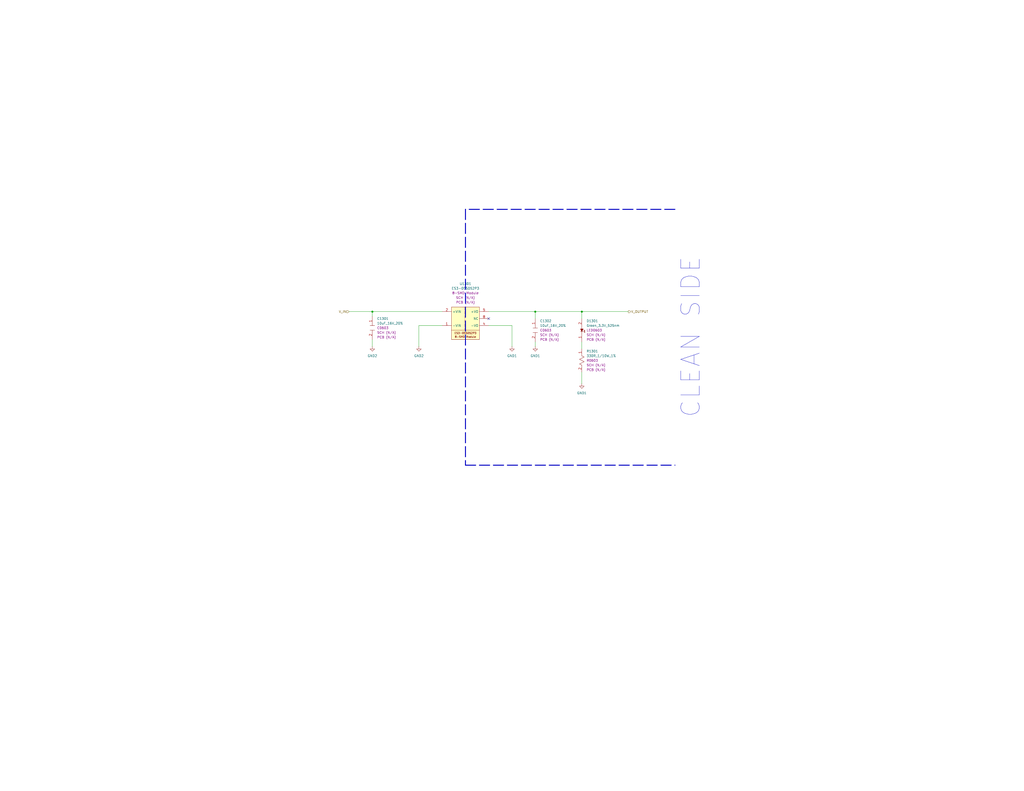
<source format=kicad_sch>
(kicad_sch (version 20231120) (generator "eeschema") (generator_version "8.0")
  (paper "C")
  (title_block (comment 2 "RELEASED"))
  (lib_symbols
    (symbol "_SCHLIB_ESP32-IsoLink:CAP_MLCC_10uF_16V_20%_X6S_C0603" (exclude_from_sim yes)
      (property "Reference" "C" (at 2.794 3.81 0))
      (property "Value" "10uF_16V_20%" (at 2.794 6.096 0))
      (property "Package" "C0603" (at 2.794 11.43 0))
      (property "SCH CHECK" "SCH (N/A)" (at 2.794 16.256 0))
      (property "PCB CHECk" "PCB (N/A)" (at 2.794 19.05 0))
      (symbol "CAP_MLCC_10uF_16V_20%_X6S_C0603_0_1"
        (polyline private (pts (xy 2.54 2.54) (xy 27.94 2.54)))
        (polyline private (pts (xy 2.54 5.08) (xy 27.94 5.08)))
        (polyline private (pts (xy 2.54 7.62) (xy 27.94 7.62)))
        (polyline private (pts (xy 2.54 10.16) (xy 27.94 10.16)))
        (polyline private (pts (xy 2.54 12.7) (xy 27.94 12.7)))
        (polyline private (pts (xy 2.54 15.24) (xy 27.94 15.24)))
        (polyline private (pts (xy 2.54 17.78) (xy 27.94 17.78)))
        (polyline private (pts (xy 2.54 20.32) (xy 27.94 20.32)))
        (polyline private (pts (xy 2.54 22.86) (xy 27.94 22.86)))
        (polyline private (pts (xy 2.54 25.4) (xy 27.94 25.4)))
        (polyline private (pts (xy 2.54 27.94) (xy 27.94 27.94)))
        (polyline private (pts (xy 2.54 30.48) (xy 27.94 30.48)))
        (polyline private (pts (xy 2.54 33.02) (xy 27.94 33.02)))
        (polyline private (pts (xy 2.54 35.56) (xy 27.94 35.56)))
        (polyline private (pts (xy 2.54 38.1) (xy 27.94 38.1)))
        (polyline private (pts (xy 2.54 40.64) (xy 27.94 40.64)))
        (polyline private (pts (xy 2.54 43.18) (xy 27.94 43.18)))
        (polyline private (pts (xy 2.54 45.72) (xy 27.94 45.72)))
        (polyline private (pts (xy 2.54 48.26) (xy 27.94 48.26)))
        (polyline private (pts (xy 2.54 50.8) (xy 27.94 50.8)))
        (polyline (pts (xy 5.08 1.27) (xy 5.08 -1.27)))
        (polyline (pts (xy 7.62 1.27) (xy 7.62 -1.27)))
      )
      (symbol "CAP_MLCC_10uF_16V_20%_X6S_C0603_1_1"
        (pin passive line (at 0 0 0) (length 5.08) (name "") (number "1"))
        (pin passive line (at 12.7 0 180) (length 5.08) (name "") (number "2"))
      )
    )
    (symbol "_SCHLIB_ESP32-IsoLink:DIODE_LED_Green_3.3V_20mA_525nm_LED0603" (exclude_from_sim yes)
      (property "Reference" "D" (at 2.794 3.81 0))
      (property "Value" "Green_3.3V_525nm" (at 2.794 6.096 0))
      (property "Package" "LED0603" (at 2.794 11.43 0))
      (property "SCH CHECK" "SCH (N/A)" (at 2.794 16.256 0))
      (property "PCB CHECk" "PCB (N/A)" (at 2.794 19.05 0))
      (symbol "DIODE_LED_Green_3.3V_20mA_525nm_LED0603_0_1"
        (polyline private (pts (xy 2.54 2.54) (xy 27.94 2.54)))
        (polyline private (pts (xy 2.54 5.08) (xy 27.94 5.08)))
        (polyline private (pts (xy 2.54 7.62) (xy 27.94 7.62)))
        (polyline private (pts (xy 2.54 10.16) (xy 27.94 10.16)))
        (polyline private (pts (xy 2.54 12.7) (xy 27.94 12.7)))
        (polyline private (pts (xy 2.54 15.24) (xy 27.94 15.24)))
        (polyline private (pts (xy 2.54 17.78) (xy 27.94 17.78)))
        (polyline private (pts (xy 2.54 20.32) (xy 27.94 20.32)))
        (polyline private (pts (xy 2.54 22.86) (xy 27.94 22.86)))
        (polyline private (pts (xy 2.54 25.4) (xy 27.94 25.4)))
        (polyline private (pts (xy 2.54 27.94) (xy 27.94 27.94)))
        (polyline private (pts (xy 2.54 30.48) (xy 27.94 30.48)))
        (polyline private (pts (xy 2.54 33.02) (xy 27.94 33.02)))
        (polyline private (pts (xy 2.54 35.56) (xy 27.94 35.56)))
        (polyline private (pts (xy 2.54 38.1) (xy 27.94 38.1)))
        (polyline private (pts (xy 2.54 40.64) (xy 27.94 40.64)))
        (polyline private (pts (xy 2.54 43.18) (xy 27.94 43.18)))
        (polyline private (pts (xy 2.54 45.72) (xy 27.94 45.72)))
        (polyline private (pts (xy 2.54 48.26) (xy 27.94 48.26)))
        (polyline private (pts (xy 2.54 50.8) (xy 27.94 50.8)))
      )
      (symbol "DIODE_LED_Green_3.3V_20mA_525nm_LED0603_1_1"
        (polyline (pts (xy 5.588 0) (xy 5.08 0)))
        (polyline (pts (xy 6.096 1.016) (xy 6.604 1.524)))
        (polyline (pts (xy 6.858 1.016) (xy 7.366 1.524)))
        (polyline (pts (xy 7.112 0) (xy 7.62 0)))
        (polyline (pts (xy 7.112 0.762) (xy 7.112 -0.762)))
        (polyline (pts (xy 5.588 0.762) (xy 5.588 -0.762) (xy 7.112 0) (xy 5.588 0.762)) (fill (type outline)))
        (polyline (pts (xy 6.35 1.524) (xy 6.604 1.27) (xy 6.858 1.778) (xy 6.35 1.524)))
        (polyline (pts (xy 7.112 1.524) (xy 7.366 1.27) (xy 7.62 1.778) (xy 7.112 1.524)))
        (pin passive line (at 12.7 0 180) (length 5.08) (name "") (number "1"))
        (pin passive line (at 0 0 0) (length 5.08) (name "") (number "2"))
      )
    )
    (symbol "_SCHLIB_ESP32-IsoLink:IC_DCDC Isolator_ES3-05S052P3_5V_400mA_8-SMD Module, 5 Leads" (exclude_from_sim yes)
      (property "Reference" "U" (at 2.794 3.81 0))
      (property "Value" "ES3-05S052P3" (at 2.794 6.096 0))
      (property "Package" "8-SMD Module" (at 2.794 11.43 0))
      (property "SCH CHECK" "SCH (N/A)" (at 2.794 16.256 0))
      (property "PCB CHECk" "PCB (N/A)" (at 2.794 19.05 0))
      (symbol "IC_DCDC Isolator_ES3-05S052P3_5V_400mA_8-SMD Module, 5 Leads_0_1"
        (polyline private (pts (xy 2.54 2.54) (xy 27.94 2.54)))
        (polyline private (pts (xy 2.54 5.08) (xy 27.94 5.08)))
        (polyline private (pts (xy 2.54 7.62) (xy 27.94 7.62)))
        (polyline private (pts (xy 2.54 10.16) (xy 27.94 10.16)))
        (polyline private (pts (xy 2.54 12.7) (xy 27.94 12.7)))
        (polyline private (pts (xy 2.54 15.24) (xy 27.94 15.24)))
        (polyline private (pts (xy 2.54 17.78) (xy 27.94 17.78)))
        (polyline private (pts (xy 2.54 20.32) (xy 27.94 20.32)))
        (polyline private (pts (xy 2.54 22.86) (xy 27.94 22.86)))
        (polyline private (pts (xy 2.54 25.4) (xy 27.94 25.4)))
        (polyline private (pts (xy 2.54 27.94) (xy 27.94 27.94)))
        (polyline private (pts (xy 2.54 30.48) (xy 27.94 30.48)))
        (polyline private (pts (xy 2.54 33.02) (xy 27.94 33.02)))
        (polyline private (pts (xy 2.54 35.56) (xy 27.94 35.56)))
        (polyline private (pts (xy 2.54 38.1) (xy 27.94 38.1)))
        (polyline private (pts (xy 2.54 40.64) (xy 27.94 40.64)))
        (polyline private (pts (xy 2.54 43.18) (xy 27.94 43.18)))
        (polyline private (pts (xy 2.54 45.72) (xy 27.94 45.72)))
        (polyline private (pts (xy 2.54 48.26) (xy 27.94 48.26)))
        (polyline private (pts (xy 2.54 50.8) (xy 27.94 50.8)))
      )
      (symbol "IC_DCDC Isolator_ES3-05S052P3_5V_400mA_8-SMD Module, 5 Leads_1_1"
        (polyline (pts (xy 0 -12.7) (xy 15.24 -12.7)))
        (polyline (pts (xy 7.366 0) (xy 7.366 -12.7)) (stroke (width 0) (type dash)))
        (rectangle (start 0 0) (end 15.24 -17.78) (fill (type background)))
        (text "8-SMD Module" (at 7.62 -16.256 0) (effects (font (size 1.016 1.016))))
        (text "ES3-05S052P3" (at 7.62 -14.224 0) (effects (font (size 1.016 1.016))))
        (pin passive line (at -5.08 -10.16 0) (length 5.08) (name "-VIN") (number "1"))
        (pin passive line (at -5.08 -2.54 0) (length 5.08) (name "+VIN") (number "2"))
        (pin passive line (at 20.32 -10.16 180) (length 5.08) (name "-VO") (number "4"))
        (pin passive line (at 20.32 -2.54 180) (length 5.08) (name "+VO") (number "5"))
        (pin passive line (at 20.32 -6.35 180) (length 5.08) (name "NC") (number "8"))
      )
    )
    (symbol "_SCHLIB_ESP32-IsoLink:RES_330R_1/10W_1%_R0603" (exclude_from_sim yes)
      (property "Reference" "R" (at 2.794 3.81 0))
      (property "Value" "330R_1/10W_1%" (at 2.794 6.096 0))
      (property "Package" "R0603" (at 2.794 11.43 0))
      (property "SCH CHECK" "SCH (N/A)" (at 2.794 16.256 0))
      (property "PCB CHECk" "PCB (N/A)" (at 2.794 19.05 0))
      (symbol "RES_330R_1/10W_1%_R0603_0_1"
        (polyline private (pts (xy 2.54 2.54) (xy 27.94 2.54)))
        (polyline private (pts (xy 2.54 5.08) (xy 27.94 5.08)))
        (polyline private (pts (xy 2.54 7.62) (xy 27.94 7.62)))
        (polyline private (pts (xy 2.54 10.16) (xy 27.94 10.16)))
        (polyline private (pts (xy 2.54 12.7) (xy 27.94 12.7)))
        (polyline private (pts (xy 2.54 15.24) (xy 27.94 15.24)))
        (polyline private (pts (xy 2.54 17.78) (xy 27.94 17.78)))
        (polyline private (pts (xy 2.54 20.32) (xy 27.94 20.32)))
        (polyline private (pts (xy 2.54 22.86) (xy 27.94 22.86)))
        (polyline private (pts (xy 2.54 25.4) (xy 27.94 25.4)))
        (polyline private (pts (xy 2.54 27.94) (xy 27.94 27.94)))
        (polyline private (pts (xy 2.54 30.48) (xy 27.94 30.48)))
        (polyline private (pts (xy 2.54 33.02) (xy 27.94 33.02)))
        (polyline private (pts (xy 2.54 35.56) (xy 27.94 35.56)))
        (polyline private (pts (xy 2.54 38.1) (xy 27.94 38.1)))
        (polyline private (pts (xy 2.54 40.64) (xy 27.94 40.64)))
        (polyline private (pts (xy 2.54 43.18) (xy 27.94 43.18)))
        (polyline private (pts (xy 2.54 45.72) (xy 27.94 45.72)))
        (polyline private (pts (xy 2.54 48.26) (xy 27.94 48.26)))
        (polyline private (pts (xy 2.54 50.8) (xy 27.94 50.8)))
        (polyline (pts (xy 3.81 0) (xy 4.445 1.27) (xy 5.715 -1.27) (xy 6.985 1.27) (xy 8.255 -1.27) (xy 8.89 0)))
      )
      (symbol "RES_330R_1/10W_1%_R0603_1_1"
        (pin passive line (at 0 0 0) (length 3.81) (name "") (number "1"))
        (pin passive line (at 12.7 0 180) (length 3.81) (name "") (number "2"))
      )
    )
    (symbol "power:GND1" (power) (pin_numbers hide) (pin_names (offset 0) hide)
      (property "Value" "GND1" (at 0 -3.81 0))
      (symbol "GND1_0_1"
        (polyline (pts (xy 0 0) (xy 0 -1.27) (xy 1.27 -1.27) (xy 0 -2.54) (xy -1.27 -1.27) (xy 0 -1.27)))
      )
      (symbol "GND1_1_1"
        (pin power_in line (at 0 0 270) (length 0) (name "~") (number "1"))
      )
    )
    (symbol "power:GND2" (power) (pin_numbers hide) (pin_names (offset 0) hide)
      (property "Value" "GND2" (at 0 -3.81 0))
      (symbol "GND2_0_1"
        (polyline (pts (xy 0 0) (xy 0 -1.27) (xy 1.27 -1.27) (xy 0 -2.54) (xy -1.27 -1.27) (xy 0 -1.27)))
      )
      (symbol "GND2_1_1"
        (pin power_in line (at 0 0 270) (length 0) (name "~") (number "1"))
      )
    )
  )
  (junction (at 292.1 170.18))
  (junction (at 317.5 170.18))
  (junction (at 203.2 170.18))
  (no_connect (at 266.7 173.99))
  (wire (pts (xy 203.2 185.42) (xy 203.2 189.23)))
  (polyline (pts (xy 254 254) (xy 368.3 254)) (stroke (width 0.508) (type dash)))
  (wire (pts (xy 292.1 170.18) (xy 317.5 170.18)))
  (wire (pts (xy 317.5 186.69) (xy 317.5 190.5)))
  (wire (pts (xy 279.4 177.8) (xy 279.4 189.23)))
  (wire (pts (xy 190.5 170.18) (xy 203.2 170.18)))
  (wire (pts (xy 292.1 170.18) (xy 292.1 173.99)))
  (wire (pts (xy 203.2 170.18) (xy 241.3 170.18)))
  (wire (pts (xy 342.9 170.18) (xy 317.5 170.18)))
  (wire (pts (xy 203.2 170.18) (xy 203.2 172.72)))
  (wire (pts (xy 228.6 177.8) (xy 241.3 177.8)))
  (wire (pts (xy 317.5 209.55) (xy 317.5 203.2)))
  (wire (pts (xy 266.7 177.8) (xy 279.4 177.8)))
  (wire (pts (xy 228.6 177.8) (xy 228.6 189.23)))
  (wire (pts (xy 292.1 186.69) (xy 292.1 189.23)))
  (wire (pts (xy 292.1 170.18) (xy 266.7 170.18)))
  (wire (pts (xy 317.5 170.18) (xy 317.5 173.99)))
  (polyline (pts (xy 254 114.3) (xy 254 254)) (stroke (width 0.508) (type dash)))
  (polyline (pts (xy 368.3 114.3) (xy 254 114.3)) (stroke (width 0.508) (type dash)))
  (text "CLEAN SIDE" (at 376.936 184.15 90) (effects (font (size 10.16 10.16))))
  (hierarchical_label "V_IN" (shape input) (at 190.5 170.18 180))
  (hierarchical_label "V_OUTPUT" (shape output) (at 342.9 170.18 0))
  (symbol (lib_id "_SCHLIB_ESP32-IsoLink:DIODE_LED_Green_3.3V_20mA_525nm_LED0603") (at 317.5 173.99 270) (unit 1) (exclude_from_sim yes)
    (property "Reference" "D1301" (at 320.04 175.2599 90) (effects (justify left)))
    (property "Value" "Green_3.3V_525nm" (at 320.04 177.7999 90) (effects (justify left)))
    (property "Footprint" "_PCBLIB_ESP32-IsoLink:LED_0603_1608Metric" (effects (hide yes)))
    (property "Datasheet" "https://mm.digikey.com/Volume0/opasdata/d220001/medias/docus/3690/B1911NG--20D000214U1930.pdf" (effects (hide yes)))
    (property "Description" "Green 525nm LED Indication - Discrete 3.3V 0603 (1608 Metric)" (effects (hide yes)))
    (property "Package" "LED0603" (at 320.04 180.3399 90) (effects (justify left)))
    (property "Manufacturer 1" "Harvatek Corporation" (effects (hide yes)))
    (property "MPN 1" "B1911NG--20D000214U1930" (effects (hide yes)))
    (property "Vendor 1 Part# - TR" "3147-B1911NG--20D000214U1930TR-ND" (effects (hide yes)))
    (property "Vendor 1 Part# - CT" "3147-B1911NG--20D000214U1930CT-ND" (effects (hide yes)))
    (property "Vendor 1" "Digikey" (effects (hide yes)))
    (property "Purchase Link 1" "https://www.digikey.ca/en/products/detail/harvatek-corporation/B1911NG-20D000214U1930/15519989" (effects (hide yes)))
    (property "Manufacturer 2" "TUOZHAN" (effects (hide yes)))
    (property "MPN 2" "F.0603.00025/P2-0603G1TS2-06T-002" (effects (hide yes)))
    (property "Vendor 2 Part# - TR" "C7496818" (effects (hide yes)))
    (property "Vendor 2 Part# - CT" "C7496818" (effects (hide yes)))
    (property "Vendor 2" "LCSC Electronics" (effects (hide yes)))
    (property "Purchase Link 2" "https://www.lcsc.com/product-detail/LED-Indication-Discrete_TUOZHAN-F-0603-00025-P2-0603G1TS2-06T-002_C7496818.html?s_z=n_LED" (effects (hide yes)))
    (property "SCH CHECK" "SCH (N/A)" (at 320.04 182.8799 90) (effects (justify left)))
    (property "PCB CHECk" "PCB (N/A)" (at 320.04 185.4199 90) (effects (justify left)))
  )
  (symbol (lib_id "_SCHLIB_ESP32-IsoLink:CAP_MLCC_10uF_16V_20%_X6S_C0603") (at 292.1 173.99 270) (unit 1) (exclude_from_sim yes)
    (property "Reference" "C1302" (at 294.64 175.2599 90) (effects (justify left)))
    (property "Value" "10uF_16V_20%" (at 294.64 177.7999 90) (effects (justify left)))
    (property "Footprint" "_PCBLIB_ESP32-IsoLink:C_0603_1608Metric" (effects (hide yes)))
    (property "Datasheet" "https://mm.digikey.com/Volume0/opasdata/d220001/medias/docus/43/CL10X106MO8NRNC_Spec.pdf" (effects (hide yes)))
    (property "Description" "10 µF ±20% 16V Ceramic Capacitor X6S 0603 (1608 Metric)" (effects (hide yes)))
    (property "Package" "C0603" (at 294.64 180.3399 90) (effects (justify left)))
    (property "Manufacturer 1" "Samsung Electro-Mechanics" (effects (hide yes)))
    (property "MPN 1" "CL10X106MO8NRNC" (effects (hide yes)))
    (property "Vendor 1 Part# - TR" "1276-6769-2-ND" (effects (hide yes)))
    (property "Vendor 1 Part# - CT" "1276-6769-1-ND" (effects (hide yes)))
    (property "Vendor 1" "Digikey" (effects (hide yes)))
    (property "Purchase Link 1" "https://www.digikey.ca/en/products/detail/samsung-electro-mechanics/CL10X106MO8NRNC/5961253" (effects (hide yes)))
    (property "Manufacturer 2" "Samsung Electro-Mechanics" (effects (hide yes)))
    (property "MPN 2" "CL10X106MO8NRNC" (effects (hide yes)))
    (property "Vendor 2 Part# - TR" "C3039688" (effects (hide yes)))
    (property "Vendor 2 Part# - CT" "C3039688" (effects (hide yes)))
    (property "Vendor 2" "LCSC Electronics" (effects (hide yes)))
    (property "Purchase Link 2" "https://www.lcsc.com/product-detail/Multilayer-Ceramic-Capacitors-MLCC-SMD-SMT_Samsung-Electro-Mechanics-CL10X106MO8NRNC_C3039688.html?s_z=n_CL10X106MO8NRNC" (effects (hide yes)))
    (property "SCH CHECK" "SCH (N/A)" (at 294.64 182.8799 90) (effects (justify left)))
    (property "PCB CHECk" "PCB (N/A)" (at 294.64 185.4199 90) (effects (justify left)))
  )
  (symbol (lib_id "power:GND1") (at 317.5 209.55 0) (unit 1)
    (property "Reference" "#PWR01305" (effects (hide yes)))
    (property "Value" "GND1" (at 317.5 214.63 0))
    (property "Description" "Power symbol creates a global label with name \"GND1\" , ground" (effects (hide yes)))
  )
  (symbol (lib_id "power:GND2") (at 203.2 189.23 0) (unit 1)
    (property "Reference" "#PWR01301" (effects (hide yes)))
    (property "Value" "GND2" (at 203.2 194.31 0))
    (property "Description" "Power symbol creates a global label with name \"GND2\" , ground" (effects (hide yes)))
  )
  (symbol (lib_id "_SCHLIB_ESP32-IsoLink:RES_330R_1/10W_1%_R0603") (at 317.5 190.5 270) (unit 1) (exclude_from_sim yes)
    (property "Reference" "R1301" (at 320.04 191.7699 90) (effects (justify left)))
    (property "Value" "330R_1/10W_1%" (at 320.04 194.3099 90) (effects (justify left)))
    (property "Footprint" "_PCBLIB_ESP32-IsoLink:R_0603_1608Metric" (effects (hide yes)))
    (property "Datasheet" "https://www.te.com/usa-en/product-1622918-1.datasheet.pdf" (effects (hide yes)))
    (property "Description" "330 Ohms ±1% 0.1W, 1/10W Chip Resistor 0603 (1608 Metric) Thick Film" (effects (hide yes)))
    (property "Package" "R0603" (at 320.04 196.8499 90) (effects (justify left)))
    (property "Manufacturer 1" "TE Connectivity Passive Product" (effects (hide yes)))
    (property "MPN 1" "CRG0603F330R" (effects (hide yes)))
    (property "Vendor 1 Part# - TR" "A121525TR-ND" (effects (hide yes)))
    (property "Vendor 1 Part# - CT" "A121525CT-ND" (effects (hide yes)))
    (property "Vendor 1" "Digikey" (effects (hide yes)))
    (property "Purchase Link 1" "https://www.digikey.ca/en/products/detail/te-connectivity-passive-product/CRG0603F330R/2380765" (effects (hide yes)))
    (property "Manufacturer 2" "YAGEO" (effects (hide yes)))
    (property "MPN 2" "RC0603FR-07330RL" (effects (hide yes)))
    (property "Vendor 2 Part# - TR" "C105881" (effects (hide yes)))
    (property "Vendor 2 Part# - CT" "C105881" (effects (hide yes)))
    (property "Vendor 2" "LCSC Electronics" (effects (hide yes)))
    (property "Purchase Link 2" "https://www.lcsc.com/product-detail/Chip-Resistor-Surface-Mount_YAGEO-RC0603FR-07330RL_C105881.html" (effects (hide yes)))
    (property "SCH CHECK" "SCH (N/A)" (at 320.04 199.3899 90) (effects (justify left)))
    (property "PCB CHECk" "PCB (N/A)" (at 320.04 201.9299 90) (effects (justify left)))
  )
  (symbol (lib_id "power:GND2") (at 228.6 189.23 0) (unit 1)
    (property "Reference" "#PWR01302" (effects (hide yes)))
    (property "Value" "GND2" (at 228.6 194.31 0))
    (property "Description" "Power symbol creates a global label with name \"GND2\" , ground" (effects (hide yes)))
  )
  (symbol (lib_id "_SCHLIB_ESP32-IsoLink:IC_DCDC Isolator_ES3-05S052P3_5V_400mA_8-SMD Module, 5 Leads") (at 246.38 167.64 0) (unit 1) (exclude_from_sim yes)
    (property "Reference" "U1301" (at 254 154.94 0))
    (property "Value" "ES3-05S052P3" (at 254 157.48 0))
    (property "Footprint" "_PCBLIB_ESP32-IsoLink:8-SMD Module, 5 Leads" (effects (hide yes)))
    (property "Datasheet" "https://app.adam-tech.com/products/download/data_sheet/246997/es3-05s052p3-data-sheet.pdf" (effects (hide yes)))
    (property "Description" "Isolated Module DC DC Converter 1 Output 5V 400mA 4.5V - 5.5V Input" (effects (hide yes)))
    (property "Package" "8-SMD Module" (at 254 160.02 0))
    (property "Manufacturer 1" "Adam Tech" (effects (hide yes)))
    (property "MPN 1" "ES3-05S052P3" (effects (hide yes)))
    (property "Vendor 1 Part# - TR" "2057-ES3-05S052P3-ND" (effects (hide yes)))
    (property "Vendor 1 Part# - CT" "2057-ES3-05S052P3-ND" (effects (hide yes)))
    (property "Vendor 1" "Digikey" (effects (hide yes)))
    (property "Purchase Link 1" "https://www.digikey.ca/en/products/detail/adam-tech/ES3-05S052P3/22154228" (effects (hide yes)))
    (property "Manufacturer 2" "YLPTEC" (effects (hide yes)))
    (property "MPN 2" "B0505XT-2WR3" (effects (hide yes)))
    (property "Vendor 2 Part# - TR" "C19724472" (effects (hide yes)))
    (property "Vendor 2 Part# - CT" "C19724472" (effects (hide yes)))
    (property "Vendor 2" "LCSC Electronics" (effects (hide yes)))
    (property "Purchase Link 2" "https://www.lcsc.com/product-detail/Isolated-Power-Modules_YLPTEC-B0505XT-2WR3_C19724472.html" (effects (hide yes)))
    (property "SCH CHECK" "SCH (N/A)" (at 254 162.56 0))
    (property "PCB CHECk" "PCB (N/A)" (at 254 165.1 0))
  )
  (symbol (lib_id "power:GND1") (at 292.1 189.23 0) (unit 1)
    (property "Reference" "#PWR01304" (effects (hide yes)))
    (property "Value" "GND1" (at 292.1 194.31 0))
    (property "Description" "Power symbol creates a global label with name \"GND1\" , ground" (effects (hide yes)))
  )
  (symbol (lib_id "power:GND1") (at 279.4 189.23 0) (unit 1)
    (property "Reference" "#PWR01303" (effects (hide yes)))
    (property "Value" "GND1" (at 279.4 194.31 0))
    (property "Description" "Power symbol creates a global label with name \"GND1\" , ground" (effects (hide yes)))
  )
  (symbol (lib_id "_SCHLIB_ESP32-IsoLink:CAP_MLCC_10uF_16V_20%_X6S_C0603") (at 203.2 172.72 270) (unit 1) (exclude_from_sim yes)
    (property "Reference" "C1301" (at 205.74 173.9899 90) (effects (justify left)))
    (property "Value" "10uF_16V_20%" (at 205.74 176.5299 90) (effects (justify left)))
    (property "Footprint" "_PCBLIB_ESP32-IsoLink:C_0603_1608Metric" (effects (hide yes)))
    (property "Datasheet" "https://mm.digikey.com/Volume0/opasdata/d220001/medias/docus/43/CL10X106MO8NRNC_Spec.pdf" (effects (hide yes)))
    (property "Description" "10 µF ±20% 16V Ceramic Capacitor X6S 0603 (1608 Metric)" (effects (hide yes)))
    (property "Package" "C0603" (at 205.74 179.0699 90) (effects (justify left)))
    (property "Manufacturer 1" "Samsung Electro-Mechanics" (effects (hide yes)))
    (property "MPN 1" "CL10X106MO8NRNC" (effects (hide yes)))
    (property "Vendor 1 Part# - TR" "1276-6769-2-ND" (effects (hide yes)))
    (property "Vendor 1 Part# - CT" "1276-6769-1-ND" (effects (hide yes)))
    (property "Vendor 1" "Digikey" (effects (hide yes)))
    (property "Purchase Link 1" "https://www.digikey.ca/en/products/detail/samsung-electro-mechanics/CL10X106MO8NRNC/5961253" (effects (hide yes)))
    (property "Manufacturer 2" "Samsung Electro-Mechanics" (effects (hide yes)))
    (property "MPN 2" "CL10X106MO8NRNC" (effects (hide yes)))
    (property "Vendor 2 Part# - TR" "C3039688" (effects (hide yes)))
    (property "Vendor 2 Part# - CT" "C3039688" (effects (hide yes)))
    (property "Vendor 2" "LCSC Electronics" (effects (hide yes)))
    (property "Purchase Link 2" "https://www.lcsc.com/product-detail/Multilayer-Ceramic-Capacitors-MLCC-SMD-SMT_Samsung-Electro-Mechanics-CL10X106MO8NRNC_C3039688.html?s_z=n_CL10X106MO8NRNC" (effects (hide yes)))
    (property "SCH CHECK" "SCH (N/A)" (at 205.74 181.6099 90) (effects (justify left)))
    (property "PCB CHECk" "PCB (N/A)" (at 205.74 184.1499 90) (effects (justify left)))
  )
)
</source>
